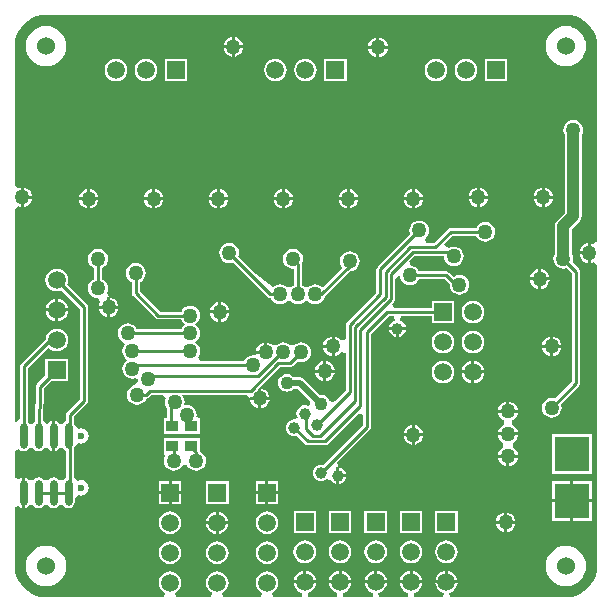
<source format=gbl>
%FSLAX43Y43*%
%MOMM*%
G71*
G01*
G75*
G04 Layer_Physical_Order=2*
G04 Layer_Color=16711680*
%ADD10R,0.900X1.000*%
%ADD11R,2.500X2.000*%
%ADD12R,2.300X0.500*%
%ADD13R,2.600X2.200*%
%ADD14R,0.900X1.400*%
%ADD15R,1.100X1.400*%
%ADD16O,0.600X2.200*%
%ADD17R,0.600X1.300*%
%ADD18R,1.400X1.100*%
G04:AMPARAMS|DCode=19|XSize=1.7mm|YSize=2.2mm|CornerRadius=0.043mm|HoleSize=0mm|Usage=FLASHONLY|Rotation=90.000|XOffset=0mm|YOffset=0mm|HoleType=Round|Shape=RoundedRectangle|*
%AMROUNDEDRECTD19*
21,1,1.700,2.115,0,0,90.0*
21,1,1.615,2.200,0,0,90.0*
1,1,0.085,1.058,0.808*
1,1,0.085,1.058,-0.808*
1,1,0.085,-1.058,-0.808*
1,1,0.085,-1.058,0.808*
%
%ADD19ROUNDEDRECTD19*%
%ADD20O,1.800X0.300*%
%ADD21O,0.300X1.800*%
%ADD22R,1.400X0.900*%
%ADD23R,1.000X2.100*%
%ADD24R,5.400X6.200*%
%ADD25C,0.254*%
%ADD26C,0.500*%
%ADD27C,1.000*%
%ADD28C,2.000*%
%ADD29C,0.600*%
%ADD30R,1.500X1.500*%
%ADD31C,1.500*%
%ADD32R,3.000X3.000*%
%ADD33R,1.500X1.500*%
%ADD34C,1.524*%
%ADD35C,1.270*%
%ADD36C,1.100*%
%ADD37C,1.000*%
%ADD38R,1.000X0.900*%
G36*
X47417Y49636D02*
X47825Y49538D01*
X48211Y49378D01*
X48569Y49159D01*
X48887Y48887D01*
X49159Y48569D01*
X49378Y48211D01*
X49538Y47825D01*
X49636Y47417D01*
X49668Y47007D01*
X49667Y47000D01*
Y30549D01*
X49570Y30423D01*
X49334Y30265D01*
X49218Y30314D01*
X49127Y30325D01*
Y29500D01*
Y28675D01*
X49218Y28686D01*
X49334Y28735D01*
X49570Y28577D01*
X49667Y28451D01*
Y3000D01*
X49668Y2993D01*
X49636Y2583D01*
X49538Y2175D01*
X49378Y1789D01*
X49159Y1431D01*
X48887Y1113D01*
X48569Y841D01*
X48211Y622D01*
X47825Y462D01*
X47417Y364D01*
X47007Y332D01*
X47000Y333D01*
X37160D01*
X37135Y717D01*
D01*
X37134Y733D01*
X37148Y734D01*
X37379Y830D01*
X37578Y982D01*
X37730Y1181D01*
X37826Y1412D01*
X37841Y1533D01*
X35959D01*
X35974Y1412D01*
X36070Y1181D01*
X36222Y982D01*
X36421Y830D01*
X36652Y734D01*
X36666Y733D01*
X36642Y358D01*
X36617Y333D01*
X34160D01*
X34135Y717D01*
D01*
X34134Y733D01*
X34148Y734D01*
X34379Y830D01*
X34578Y982D01*
X34730Y1181D01*
X34826Y1412D01*
X34841Y1533D01*
X32959D01*
X32974Y1412D01*
X33070Y1181D01*
X33222Y982D01*
X33421Y830D01*
X33652Y734D01*
X33666Y733D01*
X33642Y358D01*
X33617Y333D01*
X31160D01*
X31135Y717D01*
D01*
X31134Y733D01*
X31148Y734D01*
X31379Y830D01*
X31578Y982D01*
X31730Y1181D01*
X31826Y1412D01*
X31841Y1533D01*
X29959D01*
X29974Y1412D01*
X30070Y1181D01*
X30222Y982D01*
X30421Y830D01*
X30652Y734D01*
X30666Y733D01*
X30642Y358D01*
X30617Y333D01*
X28160D01*
X28135Y717D01*
D01*
X28134Y733D01*
X28148Y734D01*
X28379Y830D01*
X28578Y982D01*
X28730Y1181D01*
X28826Y1412D01*
X28841Y1533D01*
X26959D01*
X26974Y1412D01*
X27070Y1181D01*
X27222Y982D01*
X27421Y830D01*
X27652Y734D01*
X27666Y733D01*
X27642Y358D01*
X27617Y333D01*
X25160D01*
X25135Y717D01*
D01*
X25134Y733D01*
X25148Y734D01*
X25379Y830D01*
X25578Y982D01*
X25730Y1181D01*
X25826Y1412D01*
X25841Y1533D01*
X23959D01*
X23974Y1412D01*
X24070Y1181D01*
X24222Y982D01*
X24421Y830D01*
X24652Y734D01*
X24666Y733D01*
X24642Y358D01*
X24617Y333D01*
X22198D01*
X22120Y726D01*
X22179Y750D01*
X22378Y902D01*
X22530Y1101D01*
X22626Y1332D01*
X22658Y1580D01*
X22626Y1828D01*
X22530Y2059D01*
X22378Y2258D01*
X22179Y2410D01*
X21948Y2506D01*
X21700Y2538D01*
X21452Y2506D01*
X21221Y2410D01*
X21022Y2258D01*
X20870Y2059D01*
X20774Y1828D01*
X20742Y1580D01*
X20774Y1332D01*
X20870Y1101D01*
X21022Y902D01*
X21221Y750D01*
X21280Y726D01*
X21202Y333D01*
X17998D01*
X17920Y726D01*
X17979Y750D01*
X18178Y902D01*
X18330Y1101D01*
X18426Y1332D01*
X18458Y1580D01*
X18426Y1828D01*
X18330Y2059D01*
X18178Y2258D01*
X17979Y2410D01*
X17748Y2506D01*
X17500Y2538D01*
X17252Y2506D01*
X17021Y2410D01*
X16822Y2258D01*
X16670Y2059D01*
X16574Y1828D01*
X16542Y1580D01*
X16574Y1332D01*
X16670Y1101D01*
X16822Y902D01*
X17021Y750D01*
X17080Y726D01*
X17002Y333D01*
X13998D01*
X13920Y726D01*
X13979Y750D01*
X14178Y902D01*
X14330Y1101D01*
X14426Y1332D01*
X14458Y1580D01*
X14426Y1828D01*
X14330Y2059D01*
X14178Y2258D01*
X13979Y2410D01*
X13748Y2506D01*
X13500Y2538D01*
X13252Y2506D01*
X13021Y2410D01*
X12822Y2258D01*
X12670Y2059D01*
X12574Y1828D01*
X12542Y1580D01*
X12574Y1332D01*
X12670Y1101D01*
X12822Y902D01*
X13021Y750D01*
X13080Y726D01*
X13002Y333D01*
X3000D01*
X2993Y332D01*
X2583Y364D01*
X2175Y462D01*
X1789Y622D01*
X1431Y841D01*
X1113Y1113D01*
X841Y1431D01*
X622Y1789D01*
X462Y2175D01*
X364Y2583D01*
X332Y2993D01*
X333Y3000D01*
Y7951D01*
X716Y8067D01*
X735Y8040D01*
X900Y7929D01*
X968Y7915D01*
Y9200D01*
Y10485D01*
X900Y10471D01*
X735Y10360D01*
X716Y10333D01*
X333Y10449D01*
Y12751D01*
X716Y12867D01*
X735Y12840D01*
X900Y12729D01*
X1095Y12690D01*
X1290Y12729D01*
X1455Y12840D01*
X1530Y12951D01*
X1930D01*
X2005Y12840D01*
X2170Y12729D01*
X2365Y12690D01*
X2560Y12729D01*
X2725Y12840D01*
X2800Y12951D01*
X3200D01*
X3275Y12840D01*
X3440Y12729D01*
X3508Y12715D01*
Y14000D01*
Y15285D01*
X3440Y15271D01*
X3275Y15160D01*
X3200Y15049D01*
X3030D01*
X2750Y15334D01*
X2796Y18025D01*
X3422Y18650D01*
X4850D01*
Y20550D01*
X2950D01*
Y19122D01*
X2229Y18401D01*
X2195Y18349D01*
X2159Y18298D01*
X2159Y18295D01*
X2157Y18293D01*
X2145Y18232D01*
X2132Y18171D01*
X2081Y15211D01*
X2005Y15160D01*
X1930Y15049D01*
X1530D01*
X1455Y15160D01*
X1428Y15179D01*
Y19757D01*
X3139Y21468D01*
X3222Y21462D01*
X3421Y21310D01*
X3652Y21214D01*
X3900Y21182D01*
X4148Y21214D01*
X4379Y21310D01*
X4578Y21462D01*
X4730Y21661D01*
X4826Y21892D01*
X4858Y22140D01*
X4826Y22388D01*
X4730Y22619D01*
X4578Y22818D01*
X4379Y22970D01*
X4148Y23066D01*
X3900Y23098D01*
X3652Y23066D01*
X3421Y22970D01*
X3222Y22818D01*
X3070Y22619D01*
X2974Y22388D01*
X2953Y22224D01*
X859Y20131D01*
X787Y20023D01*
X762Y19895D01*
Y15455D01*
X440Y15217D01*
X333Y15249D01*
Y33151D01*
X430Y33277D01*
X666Y33434D01*
X782Y33386D01*
X873Y33374D01*
Y34200D01*
Y35025D01*
X782Y35013D01*
X666Y34965D01*
X430Y35123D01*
X333Y35249D01*
Y47000D01*
X332Y47007D01*
X364Y47417D01*
X462Y47825D01*
X622Y48211D01*
X841Y48569D01*
X1113Y48887D01*
X1431Y49159D01*
X1789Y49378D01*
X2175Y49538D01*
X2583Y49636D01*
X2975Y49667D01*
X47025D01*
X47417Y49636D01*
D02*
G37*
%LPC*%
G36*
X42925Y14048D02*
X41275D01*
X41286Y13957D01*
X41371Y13754D01*
X41504Y13579D01*
X41679Y13446D01*
X41699Y13438D01*
Y13038D01*
X41679Y13029D01*
X41504Y12896D01*
X41371Y12721D01*
X41286Y12518D01*
X41275Y12427D01*
X42925D01*
X42914Y12518D01*
X42829Y12721D01*
X42696Y12896D01*
X42521Y13029D01*
X42501Y13038D01*
Y13438D01*
X42521Y13446D01*
X42696Y13579D01*
X42829Y13754D01*
X42914Y13957D01*
X42925Y14048D01*
D02*
G37*
G36*
X33973Y13973D02*
X33275D01*
X33286Y13882D01*
X33371Y13679D01*
X33504Y13504D01*
X33679Y13371D01*
X33882Y13286D01*
X33973Y13275D01*
Y13973D01*
D02*
G37*
G36*
X41973Y12173D02*
X41275D01*
X41286Y12082D01*
X41371Y11879D01*
X41504Y11704D01*
X41679Y11571D01*
X41882Y11486D01*
X41973Y11475D01*
Y12173D01*
D02*
G37*
G36*
X42925D02*
X42227D01*
Y11475D01*
X42318Y11486D01*
X42521Y11571D01*
X42696Y11704D01*
X42829Y11879D01*
X42914Y12082D01*
X42925Y12173D01*
D02*
G37*
G36*
X34925Y13973D02*
X34227D01*
Y13275D01*
X34318Y13286D01*
X34521Y13371D01*
X34696Y13504D01*
X34829Y13679D01*
X34914Y13882D01*
X34925Y13973D01*
D02*
G37*
G36*
X34227Y14925D02*
Y14227D01*
X34925D01*
X34914Y14318D01*
X34829Y14521D01*
X34696Y14696D01*
X34521Y14829D01*
X34318Y14914D01*
X34227Y14925D01*
D02*
G37*
G36*
X42925Y15973D02*
X41275D01*
X41286Y15882D01*
X41371Y15679D01*
X41504Y15504D01*
X41679Y15371D01*
X41759Y15337D01*
Y14938D01*
X41679Y14904D01*
X41504Y14771D01*
X41371Y14596D01*
X41286Y14393D01*
X41275Y14302D01*
X42925D01*
X42914Y14393D01*
X42829Y14596D01*
X42696Y14771D01*
X42521Y14904D01*
X42441Y14938D01*
Y15337D01*
X42521Y15371D01*
X42696Y15504D01*
X42829Y15679D01*
X42914Y15882D01*
X42925Y15973D01*
D02*
G37*
G36*
X14683Y13800D02*
X14683Y13800D01*
X14600Y13800D01*
X14500D01*
X14400D01*
X14317Y13800D01*
Y13800D01*
X14317Y13800D01*
X13000D01*
Y12500D01*
X13000D01*
X13080Y12333D01*
X13071Y12321D01*
X12986Y12118D01*
X12958Y11900D01*
X12986Y11682D01*
X13071Y11479D01*
X13204Y11304D01*
X13379Y11171D01*
X13582Y11086D01*
X13800Y11058D01*
X14018Y11086D01*
X14221Y11171D01*
X14396Y11304D01*
X14529Y11479D01*
X14550Y11529D01*
X14950D01*
X14971Y11479D01*
X15104Y11304D01*
X15279Y11171D01*
X15482Y11086D01*
X15700Y11058D01*
X15918Y11086D01*
X16121Y11171D01*
X16296Y11304D01*
X16429Y11479D01*
X16514Y11682D01*
X16542Y11900D01*
X16514Y12118D01*
X16429Y12321D01*
X16296Y12495D01*
X16121Y12629D01*
X16030Y12667D01*
X16008Y12779D01*
X16000Y12791D01*
Y13800D01*
X14683D01*
X14683Y13800D01*
D02*
G37*
G36*
X33973Y14925D02*
X33882Y14914D01*
X33679Y14829D01*
X33504Y14696D01*
X33371Y14521D01*
X33286Y14318D01*
X33275Y14227D01*
X33973D01*
Y14925D01*
D02*
G37*
G36*
X49200Y14200D02*
X45800D01*
Y10800D01*
X49200D01*
Y14200D01*
D02*
G37*
G36*
Y10200D02*
X47627D01*
Y8627D01*
X49200D01*
Y10200D01*
D02*
G37*
G36*
X13373Y10150D02*
X12550D01*
Y9327D01*
X13373D01*
Y10150D01*
D02*
G37*
G36*
X22650Y9073D02*
X21827D01*
Y8250D01*
X22650D01*
Y9073D01*
D02*
G37*
G36*
X47373Y10200D02*
X45800D01*
Y8627D01*
X47373D01*
Y10200D01*
D02*
G37*
G36*
X14450Y10150D02*
X13627D01*
Y9327D01*
X14450D01*
Y10150D01*
D02*
G37*
G36*
X28389Y10523D02*
X27827D01*
Y9961D01*
X27883Y9968D01*
X28053Y10039D01*
X28199Y10151D01*
X28311Y10297D01*
X28382Y10467D01*
X28389Y10523D01*
D02*
G37*
G36*
X27827Y11339D02*
Y10777D01*
X28389D01*
X28382Y10833D01*
X28311Y11003D01*
X28199Y11149D01*
X28053Y11261D01*
X27883Y11332D01*
X27827Y11339D01*
D02*
G37*
G36*
X21573Y10150D02*
X20750D01*
Y9327D01*
X21573D01*
Y10150D01*
D02*
G37*
G36*
X22650D02*
X21827D01*
Y9327D01*
X22650D01*
Y10150D01*
D02*
G37*
G36*
X41973Y16925D02*
X41882Y16914D01*
X41679Y16829D01*
X41504Y16696D01*
X41371Y16521D01*
X41286Y16318D01*
X41275Y16227D01*
X41973D01*
Y16925D01*
D02*
G37*
G36*
X26473Y20325D02*
X26382Y20313D01*
X26179Y20229D01*
X26004Y20095D01*
X25871Y19921D01*
X25786Y19718D01*
X25774Y19627D01*
X26473D01*
Y20325D01*
D02*
G37*
G36*
X26727D02*
Y19627D01*
X27425D01*
X27413Y19718D01*
X27329Y19921D01*
X27195Y20095D01*
X27021Y20229D01*
X26818Y20313D01*
X26727Y20325D01*
D02*
G37*
G36*
X39267Y20361D02*
Y19547D01*
X40081D01*
X40066Y19668D01*
X39970Y19899D01*
X39818Y20098D01*
X39619Y20250D01*
X39388Y20346D01*
X39267Y20361D01*
D02*
G37*
G36*
X27425Y19373D02*
X26727D01*
Y18674D01*
X26818Y18686D01*
X27021Y18771D01*
X27195Y18904D01*
X27329Y19079D01*
X27413Y19282D01*
X27425Y19373D01*
D02*
G37*
G36*
X39013Y20361D02*
X38892Y20346D01*
X38661Y20250D01*
X38462Y20098D01*
X38310Y19899D01*
X38214Y19668D01*
X38199Y19547D01*
X39013D01*
Y20361D01*
D02*
G37*
G36*
X36600Y22918D02*
X36352Y22886D01*
X36121Y22790D01*
X35922Y22638D01*
X35770Y22439D01*
X35674Y22208D01*
X35642Y21960D01*
X35674Y21712D01*
X35770Y21481D01*
X35922Y21282D01*
X36121Y21130D01*
X36352Y21034D01*
X36600Y21002D01*
X36848Y21034D01*
X37079Y21130D01*
X37278Y21282D01*
X37430Y21481D01*
X37526Y21712D01*
X37558Y21960D01*
X37526Y22208D01*
X37430Y22439D01*
X37278Y22638D01*
X37079Y22790D01*
X36848Y22886D01*
X36600Y22918D01*
D02*
G37*
G36*
X39140D02*
X38892Y22886D01*
X38661Y22790D01*
X38462Y22638D01*
X38310Y22439D01*
X38214Y22208D01*
X38182Y21960D01*
X38214Y21712D01*
X38310Y21481D01*
X38462Y21282D01*
X38661Y21130D01*
X38892Y21034D01*
X39140Y21002D01*
X39388Y21034D01*
X39619Y21130D01*
X39818Y21282D01*
X39970Y21481D01*
X40066Y21712D01*
X40098Y21960D01*
X40066Y22208D01*
X39970Y22439D01*
X39818Y22638D01*
X39619Y22790D01*
X39388Y22886D01*
X39140Y22918D01*
D02*
G37*
G36*
X46625Y21473D02*
X45927D01*
Y20775D01*
X46018Y20786D01*
X46221Y20871D01*
X46396Y21004D01*
X46529Y21179D01*
X46614Y21382D01*
X46625Y21473D01*
D02*
G37*
G36*
X27173Y21473D02*
X26474D01*
X26486Y21382D01*
X26571Y21179D01*
X26704Y21004D01*
X26879Y20871D01*
X27082Y20786D01*
X27173Y20774D01*
Y21473D01*
D02*
G37*
G36*
X45673Y21473D02*
X44975D01*
X44986Y21382D01*
X45071Y21179D01*
X45204Y21004D01*
X45379Y20871D01*
X45582Y20786D01*
X45673Y20775D01*
Y21473D01*
D02*
G37*
G36*
X3900Y28178D02*
X3652Y28146D01*
X3421Y28050D01*
X3222Y27898D01*
X3070Y27699D01*
X2974Y27468D01*
X2942Y27220D01*
X2974Y26972D01*
X3070Y26741D01*
X3222Y26542D01*
X3421Y26390D01*
X3652Y26294D01*
X3900Y26262D01*
X4148Y26294D01*
X4294Y26355D01*
X5867Y24782D01*
Y17138D01*
X4769Y16041D01*
X4697Y15933D01*
X4672Y15805D01*
Y15245D01*
X4545Y15160D01*
X4470Y15049D01*
X4070D01*
X3995Y15160D01*
X3830Y15271D01*
X3762Y15285D01*
Y14000D01*
Y12715D01*
X3830Y12729D01*
X3995Y12840D01*
X4070Y12951D01*
X4470D01*
X4545Y12840D01*
X4672Y12755D01*
Y10445D01*
X4545Y10360D01*
X4470Y10249D01*
X4070D01*
X3995Y10360D01*
X3830Y10471D01*
X3635Y10510D01*
X3440Y10471D01*
X3275Y10360D01*
X3200Y10249D01*
X2800D01*
X2725Y10360D01*
X2560Y10471D01*
X2365Y10510D01*
X2170Y10471D01*
X2005Y10360D01*
X1930Y10249D01*
X1530D01*
X1455Y10360D01*
X1290Y10471D01*
X1222Y10485D01*
Y9200D01*
Y7915D01*
X1290Y7929D01*
X1455Y8040D01*
X1530Y8151D01*
X1930D01*
X2005Y8040D01*
X2170Y7929D01*
X2365Y7890D01*
X2560Y7929D01*
X2725Y8040D01*
X2800Y8151D01*
X3200D01*
X3275Y8040D01*
X3440Y7929D01*
X3635Y7890D01*
X3830Y7929D01*
X3995Y8040D01*
X4070Y8151D01*
X4470D01*
X4545Y8040D01*
X4710Y7929D01*
X4905Y7890D01*
X5100Y7929D01*
X5265Y8040D01*
X5376Y8205D01*
X5415Y8400D01*
Y8758D01*
X5747Y8980D01*
X5780Y8967D01*
X5950Y8944D01*
X6120Y8967D01*
X6278Y9032D01*
X6414Y9137D01*
X6518Y9272D01*
X6583Y9430D01*
X6606Y9600D01*
X6583Y9770D01*
X6518Y9928D01*
X6414Y10064D01*
X6278Y10168D01*
X6120Y10233D01*
X5950Y10256D01*
X5780Y10233D01*
X5671Y10188D01*
X5539Y10276D01*
X5338Y10538D01*
Y12949D01*
X5376Y13005D01*
X5412Y13185D01*
X5765Y13373D01*
X5780Y13367D01*
X5950Y13344D01*
X6120Y13367D01*
X6278Y13432D01*
X6414Y13536D01*
X6518Y13672D01*
X6583Y13830D01*
X6606Y14000D01*
X6583Y14170D01*
X6518Y14328D01*
X6414Y14464D01*
X6278Y14568D01*
X6120Y14633D01*
X5950Y14656D01*
X5780Y14633D01*
X5765Y14627D01*
X5412Y14815D01*
X5376Y14995D01*
X5338Y15051D01*
Y15667D01*
X6436Y16764D01*
X6508Y16872D01*
X6508Y16872D01*
X6508Y16872D01*
X6533Y17000D01*
Y24920D01*
X6508Y25048D01*
X6436Y25156D01*
X4765Y26826D01*
X4826Y26972D01*
X4858Y27220D01*
X4826Y27468D01*
X4730Y27699D01*
X4578Y27898D01*
X4379Y28050D01*
X4148Y28146D01*
X3900Y28178D01*
D02*
G37*
G36*
X47635Y40742D02*
X47417Y40714D01*
X47214Y40629D01*
X47039Y40496D01*
X46906Y40321D01*
X46821Y40118D01*
X46793Y39900D01*
X46821Y39682D01*
X46906Y39479D01*
X46929Y39448D01*
Y32877D01*
X46301Y32249D01*
X46189Y32103D01*
X46118Y31933D01*
X46094Y31750D01*
Y29452D01*
X46071Y29421D01*
X45986Y29218D01*
X45958Y29000D01*
X45986Y28782D01*
X46071Y28579D01*
X46204Y28404D01*
X46379Y28271D01*
X46582Y28186D01*
X46800Y28158D01*
X47018Y28186D01*
X47106Y28223D01*
X47567Y27762D01*
Y18638D01*
X46106Y17177D01*
X46018Y17214D01*
X45800Y17242D01*
X45582Y17214D01*
X45379Y17129D01*
X45204Y16996D01*
X45071Y16821D01*
X44986Y16618D01*
X44958Y16400D01*
X44986Y16182D01*
X45071Y15979D01*
X45204Y15804D01*
X45379Y15671D01*
X45582Y15586D01*
X45800Y15558D01*
X46018Y15586D01*
X46221Y15671D01*
X46396Y15804D01*
X46529Y15979D01*
X46614Y16182D01*
X46642Y16400D01*
X46614Y16618D01*
X46577Y16706D01*
X48136Y18264D01*
X48208Y18372D01*
X48233Y18500D01*
X48233Y18500D01*
X48233Y18500D01*
Y18500D01*
Y27900D01*
X48208Y28028D01*
X48136Y28136D01*
X47577Y28694D01*
X47614Y28782D01*
X47642Y29000D01*
X47614Y29218D01*
X47529Y29421D01*
X47506Y29452D01*
Y31458D01*
X48134Y32086D01*
X48246Y32232D01*
X48317Y32402D01*
X48341Y32585D01*
X48341Y32585D01*
X48341Y32585D01*
Y32585D01*
Y39448D01*
X48364Y39479D01*
X48449Y39682D01*
X48477Y39900D01*
X48449Y40118D01*
X48364Y40321D01*
X48231Y40496D01*
X48056Y40629D01*
X47853Y40714D01*
X47635Y40742D01*
D02*
G37*
G36*
X21925Y17073D02*
X21227D01*
Y16375D01*
X21318Y16386D01*
X21521Y16471D01*
X21696Y16604D01*
X21829Y16779D01*
X21914Y16982D01*
X21925Y17073D01*
D02*
G37*
G36*
X42227Y16925D02*
Y16227D01*
X42925D01*
X42914Y16318D01*
X42829Y16521D01*
X42696Y16696D01*
X42521Y16829D01*
X42318Y16914D01*
X42227Y16925D01*
D02*
G37*
G36*
X20973Y17073D02*
X20275D01*
X20286Y16982D01*
X20371Y16779D01*
X20504Y16604D01*
X20679Y16471D01*
X20882Y16386D01*
X20973Y16375D01*
Y17073D01*
D02*
G37*
G36*
X40081Y19293D02*
X39267D01*
Y18479D01*
X39388Y18494D01*
X39619Y18590D01*
X39818Y18742D01*
X39970Y18941D01*
X40066Y19172D01*
X40081Y19293D01*
D02*
G37*
G36*
X26473Y19373D02*
X25774D01*
X25786Y19282D01*
X25871Y19079D01*
X26004Y18904D01*
X26179Y18771D01*
X26382Y18686D01*
X26473Y18674D01*
Y19373D01*
D02*
G37*
G36*
X39013Y19293D02*
X38199D01*
X38214Y19172D01*
X38310Y18941D01*
X38462Y18742D01*
X38661Y18590D01*
X38892Y18494D01*
X39013Y18479D01*
Y19293D01*
D02*
G37*
G36*
X21227Y18025D02*
Y17327D01*
X21925D01*
X21914Y17418D01*
X21829Y17621D01*
X21696Y17796D01*
X21521Y17929D01*
X21318Y18014D01*
X21227Y18025D01*
D02*
G37*
G36*
X36600Y20378D02*
X36352Y20346D01*
X36121Y20250D01*
X35922Y20098D01*
X35770Y19899D01*
X35674Y19668D01*
X35642Y19420D01*
X35674Y19172D01*
X35770Y18941D01*
X35922Y18742D01*
X36121Y18590D01*
X36352Y18494D01*
X36600Y18462D01*
X36848Y18494D01*
X37079Y18590D01*
X37278Y18742D01*
X37430Y18941D01*
X37526Y19172D01*
X37558Y19420D01*
X37526Y19668D01*
X37430Y19899D01*
X37278Y20098D01*
X37079Y20250D01*
X36848Y20346D01*
X36600Y20378D01*
D02*
G37*
G36*
X17500Y5078D02*
X17252Y5046D01*
X17021Y4950D01*
X16822Y4798D01*
X16670Y4599D01*
X16574Y4368D01*
X16542Y4120D01*
X16574Y3872D01*
X16670Y3641D01*
X16822Y3442D01*
X17021Y3290D01*
X17252Y3194D01*
X17500Y3162D01*
X17748Y3194D01*
X17979Y3290D01*
X18178Y3442D01*
X18330Y3641D01*
X18426Y3872D01*
X18458Y4120D01*
X18426Y4368D01*
X18330Y4599D01*
X18178Y4798D01*
X17979Y4950D01*
X17748Y5046D01*
X17500Y5078D01*
D02*
G37*
G36*
X21700D02*
X21452Y5046D01*
X21221Y4950D01*
X21022Y4798D01*
X20870Y4599D01*
X20774Y4368D01*
X20742Y4120D01*
X20774Y3872D01*
X20870Y3641D01*
X21022Y3442D01*
X21221Y3290D01*
X21452Y3194D01*
X21700Y3162D01*
X21948Y3194D01*
X22179Y3290D01*
X22378Y3442D01*
X22530Y3641D01*
X22626Y3872D01*
X22658Y4120D01*
X22626Y4368D01*
X22530Y4599D01*
X22378Y4798D01*
X22179Y4950D01*
X21948Y5046D01*
X21700Y5078D01*
D02*
G37*
G36*
X13500Y5078D02*
X13252Y5046D01*
X13021Y4950D01*
X12822Y4798D01*
X12670Y4599D01*
X12574Y4368D01*
X12542Y4120D01*
X12574Y3872D01*
X12670Y3641D01*
X12822Y3442D01*
X13021Y3290D01*
X13252Y3194D01*
X13500Y3162D01*
X13748Y3194D01*
X13979Y3290D01*
X14178Y3442D01*
X14330Y3641D01*
X14426Y3872D01*
X14458Y4120D01*
X14426Y4368D01*
X14330Y4599D01*
X14178Y4798D01*
X13979Y4950D01*
X13748Y5046D01*
X13500Y5078D01*
D02*
G37*
G36*
X36773Y2601D02*
X36652Y2586D01*
X36421Y2490D01*
X36222Y2338D01*
X36070Y2139D01*
X35974Y1908D01*
X35959Y1787D01*
X36773D01*
Y2601D01*
D02*
G37*
G36*
X37027D02*
Y1787D01*
X37841D01*
X37826Y1908D01*
X37730Y2139D01*
X37578Y2338D01*
X37379Y2490D01*
X37148Y2586D01*
X37027Y2601D01*
D02*
G37*
G36*
X33900Y5158D02*
X33652Y5126D01*
X33421Y5030D01*
X33222Y4878D01*
X33070Y4679D01*
X32974Y4448D01*
X32942Y4200D01*
X32974Y3952D01*
X33070Y3721D01*
X33222Y3522D01*
X33421Y3370D01*
X33652Y3274D01*
X33900Y3242D01*
X34148Y3274D01*
X34379Y3370D01*
X34578Y3522D01*
X34730Y3721D01*
X34826Y3952D01*
X34858Y4200D01*
X34826Y4448D01*
X34730Y4679D01*
X34578Y4878D01*
X34379Y5030D01*
X34148Y5126D01*
X33900Y5158D01*
D02*
G37*
G36*
X36900D02*
X36652Y5126D01*
X36421Y5030D01*
X36222Y4878D01*
X36070Y4679D01*
X35974Y4448D01*
X35942Y4200D01*
X35974Y3952D01*
X36070Y3721D01*
X36222Y3522D01*
X36421Y3370D01*
X36652Y3274D01*
X36900Y3242D01*
X37148Y3274D01*
X37379Y3370D01*
X37578Y3522D01*
X37730Y3721D01*
X37826Y3952D01*
X37858Y4200D01*
X37826Y4448D01*
X37730Y4679D01*
X37578Y4878D01*
X37379Y5030D01*
X37148Y5126D01*
X36900Y5158D01*
D02*
G37*
G36*
X30900D02*
X30652Y5126D01*
X30421Y5030D01*
X30222Y4878D01*
X30070Y4679D01*
X29974Y4448D01*
X29942Y4200D01*
X29974Y3952D01*
X30070Y3721D01*
X30222Y3522D01*
X30421Y3370D01*
X30652Y3274D01*
X30900Y3242D01*
X31148Y3274D01*
X31379Y3370D01*
X31578Y3522D01*
X31730Y3721D01*
X31826Y3952D01*
X31858Y4200D01*
X31826Y4448D01*
X31730Y4679D01*
X31578Y4878D01*
X31379Y5030D01*
X31148Y5126D01*
X30900Y5158D01*
D02*
G37*
G36*
X24900D02*
X24652Y5126D01*
X24421Y5030D01*
X24222Y4878D01*
X24070Y4679D01*
X23974Y4448D01*
X23942Y4200D01*
X23974Y3952D01*
X24070Y3721D01*
X24222Y3522D01*
X24421Y3370D01*
X24652Y3274D01*
X24900Y3242D01*
X25148Y3274D01*
X25379Y3370D01*
X25578Y3522D01*
X25730Y3721D01*
X25826Y3952D01*
X25858Y4200D01*
X25826Y4448D01*
X25730Y4679D01*
X25578Y4878D01*
X25379Y5030D01*
X25148Y5126D01*
X24900Y5158D01*
D02*
G37*
G36*
X27900D02*
X27652Y5126D01*
X27421Y5030D01*
X27222Y4878D01*
X27070Y4679D01*
X26974Y4448D01*
X26942Y4200D01*
X26974Y3952D01*
X27070Y3721D01*
X27222Y3522D01*
X27421Y3370D01*
X27652Y3274D01*
X27900Y3242D01*
X28148Y3274D01*
X28379Y3370D01*
X28578Y3522D01*
X28730Y3721D01*
X28826Y3952D01*
X28858Y4200D01*
X28826Y4448D01*
X28730Y4679D01*
X28578Y4878D01*
X28379Y5030D01*
X28148Y5126D01*
X27900Y5158D01*
D02*
G37*
G36*
X25027Y2601D02*
Y1787D01*
X25841D01*
X25826Y1908D01*
X25730Y2139D01*
X25578Y2338D01*
X25379Y2490D01*
X25148Y2586D01*
X25027Y2601D01*
D02*
G37*
G36*
X27773D02*
X27652Y2586D01*
X27421Y2490D01*
X27222Y2338D01*
X27070Y2139D01*
X26974Y1908D01*
X26959Y1787D01*
X27773D01*
Y2601D01*
D02*
G37*
G36*
X24773D02*
X24652Y2586D01*
X24421Y2490D01*
X24222Y2338D01*
X24070Y2139D01*
X23974Y1908D01*
X23959Y1787D01*
X24773D01*
Y2601D01*
D02*
G37*
G36*
X3000Y4708D02*
X2667Y4675D01*
X2346Y4578D01*
X2051Y4420D01*
X1792Y4208D01*
X1580Y3949D01*
X1422Y3654D01*
X1325Y3333D01*
X1292Y3000D01*
X1325Y2667D01*
X1422Y2346D01*
X1580Y2051D01*
X1792Y1792D01*
X2051Y1580D01*
X2346Y1422D01*
X2667Y1325D01*
X3000Y1292D01*
X3333Y1325D01*
X3654Y1422D01*
X3949Y1580D01*
X4208Y1792D01*
X4420Y2051D01*
X4578Y2346D01*
X4675Y2667D01*
X4708Y3000D01*
X4675Y3333D01*
X4578Y3654D01*
X4420Y3949D01*
X4208Y4208D01*
X3949Y4420D01*
X3654Y4578D01*
X3333Y4675D01*
X3000Y4708D01*
D02*
G37*
G36*
X47000D02*
X46667Y4675D01*
X46346Y4578D01*
X46051Y4420D01*
X45792Y4208D01*
X45580Y3949D01*
X45422Y3654D01*
X45325Y3333D01*
X45292Y3000D01*
X45325Y2667D01*
X45422Y2346D01*
X45580Y2051D01*
X45792Y1792D01*
X46051Y1580D01*
X46346Y1422D01*
X46667Y1325D01*
X47000Y1292D01*
X47333Y1325D01*
X47654Y1422D01*
X47949Y1580D01*
X48208Y1792D01*
X48420Y2051D01*
X48578Y2346D01*
X48675Y2667D01*
X48708Y3000D01*
X48675Y3333D01*
X48578Y3654D01*
X48420Y3949D01*
X48208Y4208D01*
X47949Y4420D01*
X47654Y4578D01*
X47333Y4675D01*
X47000Y4708D01*
D02*
G37*
G36*
X33773Y2601D02*
X33652Y2586D01*
X33421Y2490D01*
X33222Y2338D01*
X33070Y2139D01*
X32974Y1908D01*
X32959Y1787D01*
X33773D01*
Y2601D01*
D02*
G37*
G36*
X34027D02*
Y1787D01*
X34841D01*
X34826Y1908D01*
X34730Y2139D01*
X34578Y2338D01*
X34379Y2490D01*
X34148Y2586D01*
X34027Y2601D01*
D02*
G37*
G36*
X31027D02*
Y1787D01*
X31841D01*
X31826Y1908D01*
X31730Y2139D01*
X31578Y2338D01*
X31379Y2490D01*
X31148Y2586D01*
X31027Y2601D01*
D02*
G37*
G36*
X28027D02*
Y1787D01*
X28841D01*
X28826Y1908D01*
X28730Y2139D01*
X28578Y2338D01*
X28379Y2490D01*
X28148Y2586D01*
X28027Y2601D01*
D02*
G37*
G36*
X30773D02*
X30652Y2586D01*
X30421Y2490D01*
X30222Y2338D01*
X30070Y2139D01*
X29974Y1908D01*
X29959Y1787D01*
X30773D01*
Y2601D01*
D02*
G37*
G36*
X13500Y7618D02*
X13252Y7586D01*
X13021Y7490D01*
X12822Y7338D01*
X12670Y7139D01*
X12574Y6908D01*
X12542Y6660D01*
X12574Y6412D01*
X12670Y6181D01*
X12822Y5982D01*
X13021Y5830D01*
X13252Y5734D01*
X13500Y5702D01*
X13748Y5734D01*
X13979Y5830D01*
X14178Y5982D01*
X14330Y6181D01*
X14426Y6412D01*
X14458Y6660D01*
X14426Y6908D01*
X14330Y7139D01*
X14178Y7338D01*
X13979Y7490D01*
X13748Y7586D01*
X13500Y7618D01*
D02*
G37*
G36*
X49200Y8373D02*
X47627D01*
Y6800D01*
X49200D01*
Y8373D01*
D02*
G37*
G36*
X41773Y7525D02*
X41682Y7514D01*
X41479Y7429D01*
X41304Y7296D01*
X41171Y7121D01*
X41086Y6918D01*
X41075Y6827D01*
X41773D01*
Y7525D01*
D02*
G37*
G36*
X47373Y8373D02*
X45800D01*
Y6800D01*
X47373D01*
Y8373D01*
D02*
G37*
G36*
X17373Y7601D02*
X17252Y7586D01*
X17021Y7490D01*
X16822Y7338D01*
X16670Y7139D01*
X16574Y6908D01*
X16559Y6787D01*
X17373D01*
Y7601D01*
D02*
G37*
G36*
X17627D02*
Y6787D01*
X18441D01*
X18426Y6908D01*
X18330Y7139D01*
X18178Y7338D01*
X17979Y7490D01*
X17748Y7586D01*
X17627Y7601D01*
D02*
G37*
G36*
X18450Y10150D02*
X16550D01*
Y8250D01*
X18450D01*
Y10150D01*
D02*
G37*
G36*
X21573Y9073D02*
X20750D01*
Y8250D01*
X21573D01*
Y9073D01*
D02*
G37*
G36*
X14450Y9073D02*
X13627D01*
Y8250D01*
X14450D01*
Y9073D01*
D02*
G37*
G36*
X42027Y7525D02*
Y6827D01*
X42725D01*
X42714Y6918D01*
X42629Y7121D01*
X42496Y7296D01*
X42321Y7429D01*
X42118Y7514D01*
X42027Y7525D01*
D02*
G37*
G36*
X13373Y9073D02*
X12550D01*
Y8250D01*
X13373D01*
Y9073D01*
D02*
G37*
G36*
X25850Y7690D02*
X23950D01*
Y5790D01*
X25850D01*
Y7690D01*
D02*
G37*
G36*
X28850D02*
X26950D01*
Y5790D01*
X28850D01*
Y7690D01*
D02*
G37*
G36*
X18441Y6533D02*
X17627D01*
Y5719D01*
X17748Y5734D01*
X17979Y5830D01*
X18178Y5982D01*
X18330Y6181D01*
X18426Y6412D01*
X18441Y6533D01*
D02*
G37*
G36*
X21700Y7618D02*
X21452Y7586D01*
X21221Y7490D01*
X21022Y7338D01*
X20870Y7139D01*
X20774Y6908D01*
X20742Y6660D01*
X20774Y6412D01*
X20870Y6181D01*
X21022Y5982D01*
X21221Y5830D01*
X21452Y5734D01*
X21700Y5702D01*
X21948Y5734D01*
X22179Y5830D01*
X22378Y5982D01*
X22530Y6181D01*
X22626Y6412D01*
X22658Y6660D01*
X22626Y6908D01*
X22530Y7139D01*
X22378Y7338D01*
X22179Y7490D01*
X21948Y7586D01*
X21700Y7618D01*
D02*
G37*
G36*
X17373Y6533D02*
X16559D01*
X16574Y6412D01*
X16670Y6181D01*
X16822Y5982D01*
X17021Y5830D01*
X17252Y5734D01*
X17373Y5719D01*
Y6533D01*
D02*
G37*
G36*
X41773Y6573D02*
X41075D01*
X41086Y6482D01*
X41171Y6279D01*
X41304Y6104D01*
X41479Y5971D01*
X41682Y5886D01*
X41773Y5875D01*
Y6573D01*
D02*
G37*
G36*
X42725D02*
X42027D01*
Y5875D01*
X42118Y5886D01*
X42321Y5971D01*
X42496Y6104D01*
X42629Y6279D01*
X42714Y6482D01*
X42725Y6573D01*
D02*
G37*
G36*
X37850Y7690D02*
X35950D01*
Y5790D01*
X37850D01*
Y7690D01*
D02*
G37*
G36*
X31850D02*
X29950D01*
Y5790D01*
X31850D01*
Y7690D01*
D02*
G37*
G36*
X34850D02*
X32950D01*
Y5790D01*
X34850D01*
Y7690D01*
D02*
G37*
G36*
X23222Y34920D02*
Y34222D01*
X23920D01*
X23909Y34313D01*
X23824Y34516D01*
X23691Y34691D01*
X23516Y34824D01*
X23313Y34909D01*
X23222Y34920D01*
D02*
G37*
G36*
X28468D02*
X28377Y34909D01*
X28174Y34824D01*
X27999Y34691D01*
X27866Y34516D01*
X27781Y34313D01*
X27770Y34222D01*
X28468D01*
Y34920D01*
D02*
G37*
G36*
X22968D02*
X22877Y34909D01*
X22674Y34824D01*
X22499Y34691D01*
X22366Y34516D01*
X22281Y34313D01*
X22270Y34222D01*
X22968D01*
Y34920D01*
D02*
G37*
G36*
X11968D02*
X11877Y34909D01*
X11674Y34824D01*
X11499Y34691D01*
X11366Y34516D01*
X11281Y34313D01*
X11270Y34222D01*
X11968D01*
Y34920D01*
D02*
G37*
G36*
X12222D02*
Y34222D01*
X12920D01*
X12909Y34313D01*
X12824Y34516D01*
X12691Y34691D01*
X12516Y34824D01*
X12313Y34909D01*
X12222Y34920D01*
D02*
G37*
G36*
X39722Y35025D02*
Y34327D01*
X40420D01*
X40409Y34418D01*
X40324Y34621D01*
X40191Y34796D01*
X40016Y34929D01*
X39813Y35014D01*
X39722Y35025D01*
D02*
G37*
G36*
X44968D02*
X44877Y35014D01*
X44674Y34929D01*
X44499Y34796D01*
X44366Y34621D01*
X44281Y34418D01*
X44270Y34327D01*
X44968D01*
Y35025D01*
D02*
G37*
G36*
X39468D02*
X39377Y35014D01*
X39174Y34929D01*
X38999Y34796D01*
X38866Y34621D01*
X38781Y34418D01*
X38770Y34327D01*
X39468D01*
Y35025D01*
D02*
G37*
G36*
X28722Y34920D02*
Y34222D01*
X29420D01*
X29409Y34313D01*
X29324Y34516D01*
X29191Y34691D01*
X29016Y34824D01*
X28813Y34909D01*
X28722Y34920D01*
D02*
G37*
G36*
X1127Y35025D02*
Y34327D01*
X1825D01*
X1814Y34418D01*
X1729Y34621D01*
X1596Y34795D01*
X1421Y34929D01*
X1218Y35013D01*
X1127Y35025D01*
D02*
G37*
G36*
X45920Y34073D02*
X45222D01*
Y33375D01*
X45313Y33386D01*
X45516Y33471D01*
X45691Y33604D01*
X45824Y33779D01*
X45909Y33982D01*
X45920Y34073D01*
D02*
G37*
G36*
X17468Y34920D02*
X17377Y34909D01*
X17174Y34824D01*
X16999Y34691D01*
X16866Y34516D01*
X16781Y34313D01*
X16770Y34222D01*
X17468D01*
Y34920D01*
D02*
G37*
G36*
X44968Y34073D02*
X44270D01*
X44281Y33982D01*
X44366Y33779D01*
X44499Y33604D01*
X44674Y33471D01*
X44877Y33386D01*
X44968Y33375D01*
Y34073D01*
D02*
G37*
G36*
X39468D02*
X38770D01*
X38781Y33982D01*
X38866Y33779D01*
X38999Y33604D01*
X39174Y33471D01*
X39377Y33386D01*
X39468Y33375D01*
Y34073D01*
D02*
G37*
G36*
X40420D02*
X39722D01*
Y33375D01*
X39813Y33386D01*
X40016Y33471D01*
X40191Y33604D01*
X40324Y33779D01*
X40409Y33982D01*
X40420Y34073D01*
D02*
G37*
G36*
X6468Y34920D02*
X6377Y34909D01*
X6174Y34824D01*
X5999Y34691D01*
X5866Y34516D01*
X5781Y34313D01*
X5770Y34222D01*
X6468D01*
Y34920D01*
D02*
G37*
G36*
X6722D02*
Y34222D01*
X7420D01*
X7409Y34313D01*
X7324Y34516D01*
X7191Y34691D01*
X7016Y34824D01*
X6813Y34909D01*
X6722Y34920D01*
D02*
G37*
G36*
X34222Y34920D02*
Y34222D01*
X34920D01*
X34909Y34313D01*
X34824Y34516D01*
X34691Y34691D01*
X34516Y34824D01*
X34313Y34909D01*
X34222Y34920D01*
D02*
G37*
G36*
X17722D02*
Y34222D01*
X18420D01*
X18409Y34313D01*
X18324Y34516D01*
X18191Y34691D01*
X18016Y34824D01*
X17813Y34909D01*
X17722Y34920D01*
D02*
G37*
G36*
X33968D02*
X33877Y34909D01*
X33674Y34824D01*
X33499Y34691D01*
X33366Y34516D01*
X33281Y34313D01*
X33270Y34222D01*
X33968D01*
Y34920D01*
D02*
G37*
G36*
X31925Y46773D02*
X31227D01*
Y46075D01*
X31318Y46086D01*
X31521Y46171D01*
X31696Y46304D01*
X31829Y46479D01*
X31914Y46682D01*
X31925Y46773D01*
D02*
G37*
G36*
X18723Y46823D02*
X18025D01*
X18036Y46732D01*
X18121Y46529D01*
X18254Y46354D01*
X18429Y46221D01*
X18632Y46136D01*
X18723Y46125D01*
Y46823D01*
D02*
G37*
G36*
X30973Y46773D02*
X30275D01*
X30286Y46682D01*
X30371Y46479D01*
X30504Y46304D01*
X30679Y46171D01*
X30882Y46086D01*
X30973Y46075D01*
Y46773D01*
D02*
G37*
G36*
X3000Y48708D02*
X2667Y48675D01*
X2346Y48578D01*
X2051Y48420D01*
X1792Y48208D01*
X1580Y47949D01*
X1422Y47654D01*
X1325Y47333D01*
X1292Y47000D01*
X1325Y46667D01*
X1422Y46346D01*
X1580Y46051D01*
X1792Y45792D01*
X2051Y45580D01*
X2346Y45422D01*
X2667Y45325D01*
X3000Y45292D01*
X3333Y45325D01*
X3654Y45422D01*
X3949Y45580D01*
X4208Y45792D01*
X4420Y46051D01*
X4578Y46346D01*
X4675Y46667D01*
X4708Y47000D01*
X4675Y47333D01*
X4578Y47654D01*
X4420Y47949D01*
X4208Y48208D01*
X3949Y48420D01*
X3654Y48578D01*
X3333Y48675D01*
X3000Y48708D01*
D02*
G37*
G36*
X47000D02*
X46667Y48675D01*
X46346Y48578D01*
X46051Y48420D01*
X45792Y48208D01*
X45580Y47949D01*
X45422Y47654D01*
X45325Y47333D01*
X45292Y47000D01*
X45325Y46667D01*
X45422Y46346D01*
X45580Y46051D01*
X45792Y45792D01*
X46051Y45580D01*
X46346Y45422D01*
X46667Y45325D01*
X47000Y45292D01*
X47333Y45325D01*
X47654Y45422D01*
X47949Y45580D01*
X48208Y45792D01*
X48420Y46051D01*
X48578Y46346D01*
X48675Y46667D01*
X48708Y47000D01*
X48675Y47333D01*
X48578Y47654D01*
X48420Y47949D01*
X48208Y48208D01*
X47949Y48420D01*
X47654Y48578D01*
X47333Y48675D01*
X47000Y48708D01*
D02*
G37*
G36*
X18723Y47775D02*
X18632Y47764D01*
X18429Y47679D01*
X18254Y47546D01*
X18121Y47371D01*
X18036Y47168D01*
X18025Y47077D01*
X18723D01*
Y47775D01*
D02*
G37*
G36*
X18977D02*
Y47077D01*
X19675D01*
X19664Y47168D01*
X19579Y47371D01*
X19446Y47546D01*
X19271Y47679D01*
X19068Y47764D01*
X18977Y47775D01*
D02*
G37*
G36*
X31227Y47725D02*
Y47027D01*
X31925D01*
X31914Y47118D01*
X31829Y47321D01*
X31696Y47496D01*
X31521Y47629D01*
X31318Y47714D01*
X31227Y47725D01*
D02*
G37*
G36*
X19675Y46823D02*
X18977D01*
Y46125D01*
X19068Y46136D01*
X19271Y46221D01*
X19446Y46354D01*
X19579Y46529D01*
X19664Y46732D01*
X19675Y46823D01*
D02*
G37*
G36*
X30973Y47725D02*
X30882Y47714D01*
X30679Y47629D01*
X30504Y47496D01*
X30371Y47321D01*
X30286Y47118D01*
X30275Y47027D01*
X30973D01*
Y47725D01*
D02*
G37*
G36*
X22420Y45958D02*
X22172Y45926D01*
X21941Y45830D01*
X21742Y45678D01*
X21590Y45479D01*
X21494Y45248D01*
X21462Y45000D01*
X21494Y44752D01*
X21590Y44521D01*
X21742Y44322D01*
X21941Y44170D01*
X22172Y44074D01*
X22420Y44042D01*
X22668Y44074D01*
X22899Y44170D01*
X23098Y44322D01*
X23250Y44521D01*
X23346Y44752D01*
X23378Y45000D01*
X23346Y45248D01*
X23250Y45479D01*
X23098Y45678D01*
X22899Y45830D01*
X22668Y45926D01*
X22420Y45958D01*
D02*
G37*
G36*
X24960D02*
X24712Y45926D01*
X24481Y45830D01*
X24282Y45678D01*
X24130Y45479D01*
X24034Y45248D01*
X24002Y45000D01*
X24034Y44752D01*
X24130Y44521D01*
X24282Y44322D01*
X24481Y44170D01*
X24712Y44074D01*
X24960Y44042D01*
X25208Y44074D01*
X25439Y44170D01*
X25638Y44322D01*
X25790Y44521D01*
X25886Y44752D01*
X25918Y45000D01*
X25886Y45248D01*
X25790Y45479D01*
X25638Y45678D01*
X25439Y45830D01*
X25208Y45926D01*
X24960Y45958D01*
D02*
G37*
G36*
X11460D02*
X11212Y45926D01*
X10981Y45830D01*
X10782Y45678D01*
X10630Y45479D01*
X10534Y45248D01*
X10502Y45000D01*
X10534Y44752D01*
X10630Y44521D01*
X10782Y44322D01*
X10981Y44170D01*
X11212Y44074D01*
X11460Y44042D01*
X11708Y44074D01*
X11939Y44170D01*
X12138Y44322D01*
X12290Y44521D01*
X12386Y44752D01*
X12418Y45000D01*
X12386Y45248D01*
X12290Y45479D01*
X12138Y45678D01*
X11939Y45830D01*
X11708Y45926D01*
X11460Y45958D01*
D02*
G37*
G36*
X45222Y35025D02*
Y34327D01*
X45920D01*
X45909Y34418D01*
X45824Y34621D01*
X45691Y34796D01*
X45516Y34929D01*
X45313Y35014D01*
X45222Y35025D01*
D02*
G37*
G36*
X8920Y45958D02*
X8672Y45926D01*
X8441Y45830D01*
X8242Y45678D01*
X8090Y45479D01*
X7994Y45248D01*
X7962Y45000D01*
X7994Y44752D01*
X8090Y44521D01*
X8242Y44322D01*
X8441Y44170D01*
X8672Y44074D01*
X8920Y44042D01*
X9168Y44074D01*
X9399Y44170D01*
X9598Y44322D01*
X9750Y44521D01*
X9846Y44752D01*
X9878Y45000D01*
X9846Y45248D01*
X9750Y45479D01*
X9598Y45678D01*
X9399Y45830D01*
X9168Y45926D01*
X8920Y45958D01*
D02*
G37*
G36*
X28450Y45950D02*
X26550D01*
Y44050D01*
X28450D01*
Y45950D01*
D02*
G37*
G36*
X42050D02*
X40150D01*
Y44050D01*
X42050D01*
Y45950D01*
D02*
G37*
G36*
X14950D02*
X13050D01*
Y44050D01*
X14950D01*
Y45950D01*
D02*
G37*
G36*
X36020Y45958D02*
X35772Y45926D01*
X35541Y45830D01*
X35342Y45678D01*
X35190Y45479D01*
X35094Y45248D01*
X35062Y45000D01*
X35094Y44752D01*
X35190Y44521D01*
X35342Y44322D01*
X35541Y44170D01*
X35772Y44074D01*
X36020Y44042D01*
X36268Y44074D01*
X36499Y44170D01*
X36698Y44322D01*
X36850Y44521D01*
X36946Y44752D01*
X36978Y45000D01*
X36946Y45248D01*
X36850Y45479D01*
X36698Y45678D01*
X36499Y45830D01*
X36268Y45926D01*
X36020Y45958D01*
D02*
G37*
G36*
X38560D02*
X38312Y45926D01*
X38081Y45830D01*
X37882Y45678D01*
X37730Y45479D01*
X37634Y45248D01*
X37602Y45000D01*
X37634Y44752D01*
X37730Y44521D01*
X37882Y44322D01*
X38081Y44170D01*
X38312Y44074D01*
X38560Y44042D01*
X38808Y44074D01*
X39039Y44170D01*
X39238Y44322D01*
X39390Y44521D01*
X39486Y44752D01*
X39518Y45000D01*
X39486Y45248D01*
X39390Y45479D01*
X39238Y45678D01*
X39039Y45830D01*
X38808Y45926D01*
X38560Y45958D01*
D02*
G37*
G36*
X1825Y34073D02*
X1127D01*
Y33374D01*
X1218Y33386D01*
X1421Y33471D01*
X1596Y33604D01*
X1729Y33779D01*
X1814Y33982D01*
X1825Y34073D01*
D02*
G37*
G36*
X9125Y24773D02*
X8427D01*
Y24075D01*
X8518Y24086D01*
X8721Y24171D01*
X8896Y24304D01*
X9029Y24479D01*
X9114Y24682D01*
X9125Y24773D01*
D02*
G37*
G36*
X17573Y25325D02*
X17482Y25314D01*
X17279Y25229D01*
X17104Y25096D01*
X16971Y24921D01*
X16886Y24718D01*
X16875Y24627D01*
X17573D01*
Y25325D01*
D02*
G37*
G36*
X8173Y24773D02*
X7475D01*
X7486Y24682D01*
X7571Y24479D01*
X7704Y24304D01*
X7879Y24171D01*
X8082Y24086D01*
X8173Y24075D01*
Y24773D01*
D02*
G37*
G36*
X3773Y24553D02*
X2959D01*
X2974Y24432D01*
X3070Y24201D01*
X3222Y24002D01*
X3421Y23850D01*
X3652Y23754D01*
X3773Y23739D01*
Y24553D01*
D02*
G37*
G36*
X4841D02*
X4027D01*
Y23739D01*
X4148Y23754D01*
X4379Y23850D01*
X4578Y24002D01*
X4730Y24201D01*
X4826Y24432D01*
X4841Y24553D01*
D02*
G37*
G36*
X8427Y25725D02*
Y25027D01*
X9125D01*
X9114Y25118D01*
X9029Y25321D01*
X8896Y25496D01*
X8721Y25629D01*
X8518Y25714D01*
X8427Y25725D01*
D02*
G37*
G36*
X18500Y30342D02*
X18282Y30313D01*
X18079Y30229D01*
X17904Y30095D01*
X17771Y29921D01*
X17686Y29718D01*
X17658Y29500D01*
X17686Y29282D01*
X17771Y29079D01*
X17904Y28904D01*
X18079Y28771D01*
X18282Y28686D01*
X18500Y28658D01*
X18718Y28686D01*
X18806Y28723D01*
X21764Y25764D01*
X21872Y25692D01*
X22000Y25667D01*
X22034D01*
X22071Y25579D01*
X22204Y25404D01*
X22379Y25271D01*
X22582Y25186D01*
X22800Y25158D01*
X23018Y25186D01*
X23221Y25271D01*
X23396Y25404D01*
X23685Y25424D01*
X23704Y25404D01*
X23704Y25404D01*
Y25404D01*
X23879Y25271D01*
X24082Y25186D01*
X24300Y25158D01*
X24518Y25186D01*
X24721Y25271D01*
X24896Y25404D01*
X25185Y25424D01*
X25204Y25404D01*
X25204Y25404D01*
Y25404D01*
X25379Y25271D01*
X25582Y25186D01*
X25800Y25158D01*
X26018Y25186D01*
X26221Y25271D01*
X26396Y25404D01*
X26529Y25579D01*
X26614Y25782D01*
X26623Y25851D01*
X28734Y27962D01*
X28918Y27986D01*
X29121Y28071D01*
X29295Y28204D01*
X29429Y28379D01*
X29513Y28582D01*
X29542Y28800D01*
X29513Y29018D01*
X29429Y29221D01*
X29295Y29395D01*
X29121Y29529D01*
X28918Y29613D01*
X28700Y29642D01*
X28482Y29613D01*
X28279Y29529D01*
X28104Y29395D01*
X27971Y29221D01*
X27886Y29018D01*
X27858Y28800D01*
X27886Y28582D01*
X27971Y28379D01*
X28073Y28245D01*
X26422Y26594D01*
X26396Y26596D01*
X26221Y26729D01*
X26018Y26814D01*
X25800Y26842D01*
X25582Y26814D01*
X25379Y26729D01*
X25204Y26596D01*
X24915Y26576D01*
X24896Y26596D01*
X24896Y26596D01*
Y26596D01*
X24721Y26729D01*
X24633Y26766D01*
Y28589D01*
X24713Y28782D01*
X24742Y29000D01*
X24713Y29218D01*
X24629Y29421D01*
X24495Y29595D01*
X24321Y29729D01*
X24118Y29813D01*
X23900Y29842D01*
X23682Y29813D01*
X23479Y29729D01*
X23304Y29595D01*
X23171Y29421D01*
X23086Y29218D01*
X23058Y29000D01*
X23086Y28782D01*
X23171Y28579D01*
X23304Y28404D01*
X23479Y28271D01*
X23682Y28186D01*
X23900Y28158D01*
X23967Y28099D01*
Y26766D01*
X23879Y26729D01*
X23704Y26596D01*
X23415Y26576D01*
X23396Y26596D01*
X23396Y26596D01*
Y26596D01*
X23221Y26729D01*
X23018Y26814D01*
X22800Y26842D01*
X22582Y26814D01*
X22379Y26729D01*
X22204Y26596D01*
X20792Y27679D01*
X19277Y29194D01*
X19313Y29282D01*
X19342Y29500D01*
X19313Y29718D01*
X19229Y29921D01*
X19095Y30095D01*
X18921Y30229D01*
X18718Y30313D01*
X18500Y30342D01*
D02*
G37*
G36*
X4027Y25621D02*
Y24807D01*
X4841D01*
X4826Y24928D01*
X4730Y25159D01*
X4578Y25358D01*
X4379Y25510D01*
X4148Y25606D01*
X4027Y25621D01*
D02*
G37*
G36*
X17827Y25325D02*
Y24627D01*
X18525D01*
X18514Y24718D01*
X18429Y24921D01*
X18296Y25096D01*
X18121Y25229D01*
X17918Y25314D01*
X17827Y25325D01*
D02*
G37*
G36*
X3773Y25621D02*
X3652Y25606D01*
X3421Y25510D01*
X3222Y25358D01*
X3070Y25159D01*
X2974Y24928D01*
X2959Y24807D01*
X3773D01*
Y25621D01*
D02*
G37*
G36*
X45927Y22425D02*
Y21727D01*
X46625D01*
X46614Y21818D01*
X46529Y22021D01*
X46396Y22196D01*
X46221Y22329D01*
X46018Y22414D01*
X45927Y22425D01*
D02*
G37*
G36*
X32623Y22973D02*
X32061D01*
X32068Y22917D01*
X32139Y22747D01*
X32251Y22601D01*
X32397Y22489D01*
X32567Y22418D01*
X32623Y22411D01*
Y22973D01*
D02*
G37*
G36*
X45673Y22425D02*
X45582Y22414D01*
X45379Y22329D01*
X45204Y22196D01*
X45071Y22021D01*
X44986Y21818D01*
X44975Y21727D01*
X45673D01*
Y22425D01*
D02*
G37*
G36*
X21473Y21925D02*
X21382Y21914D01*
X21179Y21829D01*
X21004Y21696D01*
X20871Y21521D01*
X20786Y21318D01*
X20775Y21227D01*
X21473D01*
Y21925D01*
D02*
G37*
G36*
X27173Y22425D02*
X27082Y22413D01*
X26879Y22329D01*
X26704Y22195D01*
X26571Y22021D01*
X26486Y21818D01*
X26474Y21727D01*
X27173D01*
Y22425D01*
D02*
G37*
G36*
X17573Y24373D02*
X16875D01*
X16886Y24282D01*
X16971Y24079D01*
X17104Y23904D01*
X17279Y23771D01*
X17482Y23686D01*
X17573Y23675D01*
Y24373D01*
D02*
G37*
G36*
X18525D02*
X17827D01*
Y23675D01*
X17918Y23686D01*
X18121Y23771D01*
X18296Y23904D01*
X18429Y24079D01*
X18514Y24282D01*
X18525Y24373D01*
D02*
G37*
G36*
X10600Y28642D02*
X10382Y28614D01*
X10179Y28529D01*
X10004Y28396D01*
X9871Y28221D01*
X9786Y28018D01*
X9758Y27800D01*
X9786Y27582D01*
X9871Y27379D01*
X10004Y27204D01*
X10179Y27071D01*
X10267Y27034D01*
Y26100D01*
X10292Y25972D01*
X10364Y25864D01*
X10364Y25864D01*
X10364Y25864D01*
X12264Y23964D01*
X12264Y23964D01*
X12264D01*
X12264Y23964D01*
X12264D01*
X12264Y23964D01*
Y23964D01*
Y23964D01*
D01*
D01*
X12264D01*
Y23964D01*
X12372Y23892D01*
X12500Y23867D01*
X14434D01*
X14471Y23779D01*
X14604Y23604D01*
X14604Y23604D01*
X14779Y23471D01*
X14604Y23296D01*
X14604Y23296D01*
X14604D01*
X14471Y23121D01*
X14434Y23033D01*
X10666D01*
X10629Y23121D01*
X10496Y23295D01*
X10321Y23429D01*
X10118Y23513D01*
X9900Y23542D01*
X9682Y23513D01*
X9479Y23429D01*
X9304Y23295D01*
X9171Y23121D01*
X9086Y22918D01*
X9058Y22700D01*
X9086Y22482D01*
X9171Y22279D01*
X9304Y22104D01*
X9479Y21971D01*
X9479Y21971D01*
X9479D01*
X9704Y21796D01*
X9571Y21621D01*
X9486Y21418D01*
X9458Y21200D01*
X9486Y20982D01*
X9571Y20779D01*
X9704Y20604D01*
X9879Y20471D01*
D01*
X9704Y20295D01*
X9704Y20295D01*
X9704D01*
X9571Y20121D01*
X9486Y19918D01*
X9458Y19700D01*
X9486Y19482D01*
X9571Y19279D01*
X9704Y19104D01*
X9879Y18971D01*
X10082Y18886D01*
X10300Y18858D01*
X10518Y18886D01*
X10758Y18800D01*
D01*
X10758D01*
D01*
D01*
X10758Y18800D01*
X10779Y18638D01*
X10536Y18321D01*
X10482Y18314D01*
X10279Y18229D01*
X10104Y18096D01*
X9971Y17921D01*
X9886Y17718D01*
X9858Y17500D01*
X9886Y17282D01*
X9971Y17079D01*
X10104Y16904D01*
X10279Y16771D01*
X10482Y16686D01*
X10700Y16658D01*
X10918Y16686D01*
X11121Y16771D01*
X11296Y16904D01*
X11429Y17079D01*
X11466Y17167D01*
X11500D01*
X11628Y17192D01*
X11736Y17264D01*
X11976Y17505D01*
X12894D01*
X13116Y17172D01*
X13084Y17094D01*
X13055Y16876D01*
X13084Y16658D01*
X13168Y16455D01*
X13267Y16326D01*
Y15500D01*
X13000D01*
Y14200D01*
X14400D01*
Y14200D01*
X14400D01*
X14400Y14200D01*
X14600D01*
Y14200D01*
X16000D01*
Y15500D01*
X16000D01*
X15713Y15582D01*
X15713D01*
X15742Y15800D01*
X15713Y16018D01*
X15629Y16221D01*
X15495Y16396D01*
X15321Y16529D01*
X15118Y16613D01*
X15118D01*
X14900Y16642D01*
X14900Y16642D01*
X14711Y16658D01*
D01*
X14739Y16876D01*
X14711Y17094D01*
X14626Y17297D01*
X14493Y17471D01*
X14504Y17505D01*
X19995D01*
X20258Y17204D01*
X20274Y17327D01*
X20973D01*
Y17962D01*
X21046Y18035D01*
X21100Y18042D01*
X21085Y18074D01*
X22816Y19805D01*
X23638D01*
X23766Y19830D01*
X23874Y19902D01*
X24294Y20323D01*
X24382Y20286D01*
X24600Y20258D01*
X24818Y20286D01*
X25021Y20371D01*
X25195Y20504D01*
X25329Y20679D01*
X25413Y20882D01*
X25442Y21100D01*
X25413Y21318D01*
X25329Y21521D01*
X25195Y21695D01*
X25021Y21829D01*
X24818Y21913D01*
X24600Y21942D01*
X24382Y21913D01*
X24179Y21829D01*
X24004Y21695D01*
X23715Y21676D01*
X23695Y21695D01*
X23695Y21695D01*
Y21695D01*
X23521Y21829D01*
X23318Y21913D01*
X23100Y21942D01*
X22882Y21913D01*
X22679Y21829D01*
X22504Y21695D01*
X22215Y21676D01*
X22196Y21696D01*
X22196Y21696D01*
Y21696D01*
X22021Y21829D01*
X21818Y21914D01*
X21727Y21925D01*
Y21100D01*
X21600D01*
Y20973D01*
X20775D01*
X20786Y20882D01*
Y20882D01*
X20500Y20842D01*
X20500Y20842D01*
Y20842D01*
X20282Y20814D01*
X20079Y20729D01*
X19904Y20596D01*
X19771Y20421D01*
X19734Y20333D01*
X16040D01*
X15863Y20692D01*
X15929Y20779D01*
X16013Y20982D01*
X16042Y21200D01*
X16013Y21418D01*
X15929Y21621D01*
X15795Y21795D01*
X15621Y21929D01*
Y21971D01*
X15621Y21971D01*
X15796Y22104D01*
X15929Y22279D01*
X16014Y22482D01*
X16042Y22700D01*
X16014Y22918D01*
X15929Y23121D01*
X15796Y23296D01*
X15621Y23429D01*
X15621Y23429D01*
Y23471D01*
X15795Y23604D01*
X15929Y23779D01*
X16013Y23982D01*
X16042Y24200D01*
X16013Y24418D01*
X15929Y24621D01*
X15795Y24795D01*
X15621Y24929D01*
X15418Y25013D01*
X15200Y25042D01*
X14982Y25013D01*
X14779Y24929D01*
X14604Y24795D01*
X14471Y24621D01*
X14434Y24533D01*
X12638D01*
X10933Y26238D01*
Y27034D01*
X11021Y27071D01*
X11196Y27204D01*
X11329Y27379D01*
X11414Y27582D01*
X11442Y27800D01*
X11414Y28018D01*
X11329Y28221D01*
X11196Y28396D01*
X11021Y28529D01*
X10818Y28614D01*
X10600Y28642D01*
D02*
G37*
G36*
X33439Y22973D02*
X32877D01*
Y22411D01*
X32933Y22418D01*
X33103Y22489D01*
X33249Y22601D01*
X33361Y22747D01*
X33432Y22917D01*
X33439Y22973D01*
D02*
G37*
G36*
X39140Y25458D02*
X38892Y25426D01*
X38661Y25330D01*
X38462Y25178D01*
X38310Y24979D01*
X38214Y24748D01*
X38182Y24500D01*
X38214Y24252D01*
X38310Y24021D01*
X38462Y23822D01*
X38661Y23670D01*
X38892Y23574D01*
X39140Y23542D01*
X39388Y23574D01*
X39619Y23670D01*
X39818Y23822D01*
X39970Y24021D01*
X40066Y24252D01*
X40098Y24500D01*
X40066Y24748D01*
X39970Y24979D01*
X39818Y25178D01*
X39619Y25330D01*
X39388Y25426D01*
X39140Y25458D01*
D02*
G37*
G36*
X7420Y33968D02*
X6722D01*
Y33270D01*
X6813Y33281D01*
X7016Y33366D01*
X7191Y33499D01*
X7324Y33674D01*
X7409Y33877D01*
X7420Y33968D01*
D02*
G37*
G36*
X11968D02*
X11270D01*
X11281Y33877D01*
X11366Y33674D01*
X11499Y33499D01*
X11674Y33366D01*
X11877Y33281D01*
X11968Y33270D01*
Y33968D01*
D02*
G37*
G36*
X6468D02*
X5770D01*
X5781Y33877D01*
X5866Y33674D01*
X5999Y33499D01*
X6174Y33366D01*
X6377Y33281D01*
X6468Y33270D01*
Y33968D01*
D02*
G37*
G36*
X33968Y33968D02*
X33270D01*
X33281Y33877D01*
X33366Y33674D01*
X33499Y33499D01*
X33674Y33366D01*
X33877Y33281D01*
X33968Y33270D01*
Y33968D01*
D02*
G37*
G36*
X34920D02*
X34222D01*
Y33270D01*
X34313Y33281D01*
X34516Y33366D01*
X34691Y33499D01*
X34824Y33674D01*
X34909Y33877D01*
X34920Y33968D01*
D02*
G37*
G36*
X28468Y33968D02*
X27770D01*
X27781Y33877D01*
X27866Y33674D01*
X27999Y33499D01*
X28174Y33366D01*
X28377Y33281D01*
X28468Y33270D01*
Y33968D01*
D02*
G37*
G36*
X29420D02*
X28722D01*
Y33270D01*
X28813Y33281D01*
X29016Y33366D01*
X29191Y33499D01*
X29324Y33674D01*
X29409Y33877D01*
X29420Y33968D01*
D02*
G37*
G36*
X23920D02*
X23222D01*
Y33270D01*
X23313Y33281D01*
X23516Y33366D01*
X23691Y33499D01*
X23824Y33674D01*
X23909Y33877D01*
X23920Y33968D01*
D02*
G37*
G36*
X12920D02*
X12222D01*
Y33270D01*
X12313Y33281D01*
X12516Y33366D01*
X12691Y33499D01*
X12824Y33674D01*
X12909Y33877D01*
X12920Y33968D01*
D02*
G37*
G36*
X22968D02*
X22270D01*
X22281Y33877D01*
X22366Y33674D01*
X22499Y33499D01*
X22674Y33366D01*
X22877Y33281D01*
X22968Y33270D01*
Y33968D01*
D02*
G37*
G36*
X44673Y28125D02*
X44582Y28114D01*
X44379Y28029D01*
X44204Y27896D01*
X44071Y27721D01*
X43986Y27518D01*
X43975Y27427D01*
X44673D01*
Y28125D01*
D02*
G37*
G36*
X44927D02*
Y27427D01*
X45625D01*
X45614Y27518D01*
X45529Y27721D01*
X45396Y27896D01*
X45221Y28029D01*
X45018Y28114D01*
X44927Y28125D01*
D02*
G37*
G36*
X45625Y27173D02*
X44927D01*
Y26475D01*
X45018Y26486D01*
X45221Y26571D01*
X45396Y26704D01*
X45529Y26879D01*
X45614Y27082D01*
X45625Y27173D01*
D02*
G37*
G36*
X7400Y29842D02*
X7182Y29813D01*
X6979Y29729D01*
X6804Y29595D01*
X6671Y29421D01*
X6586Y29218D01*
X6558Y29000D01*
X6586Y28782D01*
X6671Y28579D01*
X6804Y28404D01*
X6979Y28271D01*
X7067Y28234D01*
Y27266D01*
X6979Y27229D01*
X6804Y27095D01*
X6671Y26921D01*
X6586Y26718D01*
X6558Y26500D01*
X6586Y26282D01*
X6671Y26079D01*
X6804Y25904D01*
X6979Y25771D01*
X7182Y25686D01*
X7368Y25662D01*
X7568Y25316D01*
X7486Y25118D01*
X7475Y25027D01*
X8173D01*
Y25726D01*
X8300Y25742D01*
X8332Y25738D01*
X8132Y26084D01*
X8213Y26282D01*
X8242Y26500D01*
X8213Y26718D01*
X8129Y26921D01*
X7996Y27095D01*
X7821Y27229D01*
X7733Y27266D01*
Y28234D01*
X7821Y28271D01*
X7996Y28404D01*
X8129Y28579D01*
X8213Y28782D01*
X8242Y29000D01*
X8213Y29218D01*
X8129Y29421D01*
X7996Y29595D01*
X7821Y29729D01*
X7618Y29813D01*
X7400Y29842D01*
D02*
G37*
G36*
X44673Y27173D02*
X43975D01*
X43986Y27082D01*
X44071Y26879D01*
X44204Y26704D01*
X44379Y26571D01*
X44582Y26486D01*
X44673Y26475D01*
Y27173D01*
D02*
G37*
G36*
X17468Y33968D02*
X16770D01*
X16781Y33877D01*
X16866Y33674D01*
X16999Y33499D01*
X17174Y33366D01*
X17377Y33281D01*
X17468Y33270D01*
Y33968D01*
D02*
G37*
G36*
X18420D02*
X17722D01*
Y33270D01*
X17813Y33281D01*
X18016Y33366D01*
X18191Y33499D01*
X18324Y33674D01*
X18409Y33877D01*
X18420Y33968D01*
D02*
G37*
G36*
X34600Y32242D02*
X34382Y32214D01*
X34179Y32129D01*
X34004Y31996D01*
X33871Y31821D01*
X33786Y31618D01*
X33758Y31400D01*
X33786Y31182D01*
X33823Y31094D01*
X31064Y28336D01*
X30992Y28228D01*
X30967Y28100D01*
Y26122D01*
X28464Y23620D01*
X28392Y23512D01*
X28367Y23384D01*
Y22204D01*
X27988Y22075D01*
X27895Y22195D01*
X27721Y22329D01*
X27518Y22413D01*
X27427Y22425D01*
Y21600D01*
Y20774D01*
X27518Y20786D01*
X27721Y20871D01*
X27895Y21004D01*
X27988Y21125D01*
X28367Y20996D01*
Y17838D01*
X27484Y16955D01*
X27181Y16916D01*
X27008Y16950D01*
X26955Y17078D01*
X26835Y17235D01*
X26678Y17355D01*
X26496Y17431D01*
X26300Y17456D01*
X26205Y17444D01*
X24824Y18824D01*
X24676Y18924D01*
X24500Y18959D01*
X23993D01*
X23935Y19035D01*
X23778Y19155D01*
X23596Y19231D01*
X23400Y19256D01*
X23204Y19231D01*
X23022Y19155D01*
X22865Y19035D01*
X22745Y18878D01*
X22669Y18696D01*
X22644Y18500D01*
X22669Y18304D01*
X22745Y18122D01*
X22865Y17965D01*
X23022Y17845D01*
X23204Y17769D01*
X23400Y17744D01*
X23596Y17769D01*
X23778Y17845D01*
X23935Y17965D01*
X23946Y17980D01*
X24345Y18006D01*
X25360Y16991D01*
X25308Y16594D01*
X25201Y16533D01*
X25083Y16582D01*
X24900Y16606D01*
X24717Y16582D01*
X24547Y16511D01*
X24401Y16399D01*
X24288Y16253D01*
X24218Y16083D01*
X24194Y15900D01*
X24218Y15717D01*
X24288Y15547D01*
X24000Y15406D01*
X23817Y15382D01*
X23647Y15311D01*
X23501Y15199D01*
X23389Y15053D01*
X23318Y14883D01*
X23294Y14700D01*
X23318Y14517D01*
X23389Y14347D01*
X23501Y14201D01*
X23647Y14089D01*
X23817Y14018D01*
X24000Y13994D01*
X24183Y14018D01*
X24202Y14026D01*
X24918Y13310D01*
X25026Y13238D01*
X25154Y13213D01*
X26646D01*
X26774Y13238D01*
X26882Y13310D01*
X29497Y15926D01*
X29867Y15772D01*
Y14923D01*
X26490Y11546D01*
X26471Y11554D01*
X26288Y11579D01*
X26105Y11554D01*
X25935Y11484D01*
X25789Y11372D01*
X25677Y11225D01*
X25606Y11055D01*
X25582Y10872D01*
X25606Y10690D01*
X25677Y10519D01*
X25789Y10373D01*
X25935Y10261D01*
X26105Y10190D01*
X26288Y10166D01*
X26471Y10190D01*
X26641Y10261D01*
X26716Y10318D01*
X27112Y10266D01*
X27201Y10151D01*
X27347Y10039D01*
X27517Y9968D01*
X27573Y9961D01*
Y10650D01*
Y11339D01*
X27700Y11356D01*
X27745Y11350D01*
X27673Y11561D01*
X27647Y11760D01*
X30436Y14549D01*
X30436Y14549D01*
X30436Y14549D01*
X30508Y14657D01*
X30533Y14784D01*
Y22662D01*
X32038Y24167D01*
X32471D01*
X32549Y23774D01*
X32397Y23711D01*
X32251Y23599D01*
X32139Y23453D01*
X32068Y23283D01*
X32061Y23227D01*
X33439D01*
X33432Y23283D01*
X33361Y23453D01*
X33249Y23599D01*
X33103Y23711D01*
X32951Y23774D01*
X33029Y24167D01*
X35650D01*
Y23550D01*
X37550D01*
Y25450D01*
X35650D01*
Y24833D01*
X32428D01*
X32274Y25203D01*
X32444Y25372D01*
X32516Y25480D01*
X32541Y25608D01*
Y27309D01*
X32867Y27542D01*
X32970Y27507D01*
X32986Y27382D01*
X33071Y27179D01*
X33204Y27004D01*
X33379Y26871D01*
X33582Y26786D01*
X33800Y26758D01*
X34018Y26786D01*
X34221Y26871D01*
X34396Y27004D01*
X34529Y27179D01*
X34566Y27267D01*
X36762D01*
X37166Y26862D01*
X37158Y26800D01*
X37186Y26582D01*
X37271Y26379D01*
X37404Y26204D01*
X37579Y26071D01*
X37782Y25986D01*
X38000Y25958D01*
X38218Y25986D01*
X38421Y26071D01*
X38596Y26204D01*
X38729Y26379D01*
X38814Y26582D01*
X38842Y26800D01*
X38814Y27018D01*
X38729Y27221D01*
X38596Y27396D01*
X38421Y27529D01*
X38218Y27614D01*
X38000Y27642D01*
X37782Y27614D01*
X37579Y27529D01*
X37502Y27470D01*
X37136Y27836D01*
X37028Y27908D01*
X36900Y27933D01*
X34566D01*
X34529Y28021D01*
X34396Y28196D01*
X34221Y28329D01*
X34018Y28414D01*
X33893Y28430D01*
X33764Y28809D01*
X34168Y29213D01*
X36647D01*
X36658Y29200D01*
X36686Y28982D01*
X36771Y28779D01*
X36904Y28604D01*
X37079Y28471D01*
X37282Y28386D01*
X37500Y28358D01*
X37718Y28386D01*
X37921Y28471D01*
X38096Y28604D01*
X38229Y28779D01*
X38314Y28982D01*
X38342Y29200D01*
X38314Y29418D01*
X38229Y29621D01*
X38096Y29796D01*
X37921Y29929D01*
X37718Y30014D01*
X37500Y30042D01*
X37282Y30014D01*
X37111Y29943D01*
X36742Y30096D01*
X36678Y30249D01*
X37396Y30967D01*
X39434D01*
X39471Y30879D01*
X39604Y30704D01*
X39779Y30571D01*
X39982Y30486D01*
X40200Y30458D01*
X40418Y30486D01*
X40621Y30571D01*
X40796Y30704D01*
X40929Y30879D01*
X41014Y31082D01*
X41042Y31300D01*
X41014Y31518D01*
X40929Y31721D01*
X40796Y31896D01*
X40621Y32029D01*
X40418Y32114D01*
X40200Y32142D01*
X39982Y32114D01*
X39779Y32029D01*
X39604Y31896D01*
X39471Y31721D01*
X39434Y31633D01*
X37258D01*
X37130Y31608D01*
X37022Y31536D01*
X35820Y30333D01*
X35204D01*
X35075Y30712D01*
X35196Y30804D01*
X35329Y30979D01*
X35414Y31182D01*
X35442Y31400D01*
X35414Y31618D01*
X35329Y31821D01*
X35196Y31996D01*
X35021Y32129D01*
X34818Y32214D01*
X34600Y32242D01*
D02*
G37*
G36*
X48873Y29373D02*
X48175D01*
X48186Y29282D01*
X48271Y29079D01*
X48404Y28904D01*
X48579Y28771D01*
X48782Y28686D01*
X48873Y28675D01*
Y29373D01*
D02*
G37*
G36*
Y30325D02*
X48782Y30314D01*
X48579Y30229D01*
X48404Y30096D01*
X48271Y29921D01*
X48186Y29718D01*
X48175Y29627D01*
X48873D01*
Y30325D01*
D02*
G37*
%LPD*%
D16*
X4905Y9200D02*
D03*
X3635D02*
D03*
X2365D02*
D03*
X1095D02*
D03*
X4905Y14000D02*
D03*
X3635D02*
D03*
X2365D02*
D03*
X1095D02*
D03*
D25*
X3340Y22140D02*
X3900D01*
X1095Y19895D02*
X3340Y22140D01*
X1095Y14000D02*
Y19895D01*
X38000Y26500D02*
Y26800D01*
X5005Y9200D02*
Y15805D01*
X23638Y20138D02*
X24600Y21100D01*
X22677Y20138D02*
X23638D01*
X20377Y17838D02*
X22677Y20138D01*
X20935Y19038D02*
X22997Y21100D01*
X23100D01*
X11838Y19038D02*
X20935D01*
X11838Y17838D02*
X20377D01*
X15700Y11900D02*
Y12651D01*
Y11900D02*
X15700Y11900D01*
X4905Y9200D02*
X5005D01*
X3635D02*
X4905D01*
X2465D02*
X3635D01*
X2400Y14400D02*
X2465Y18165D01*
X3900Y19600D01*
X5005Y15805D02*
X6200Y17000D01*
Y24920D01*
X3900Y27220D02*
X6200Y24920D01*
X46800Y29000D02*
X47900Y27900D01*
Y18500D02*
Y27900D01*
X45800Y16400D02*
X47900Y18500D01*
X36900Y27600D02*
X38000Y26500D01*
X33800Y27600D02*
X36900D01*
X26300Y26000D02*
X28700Y28400D01*
X25800Y26000D02*
X26300D01*
X18500Y29500D02*
X22000Y26000D01*
X22800D01*
X23900Y29000D02*
X24300Y28600D01*
Y26000D02*
Y28600D01*
X28700Y28400D02*
Y28800D01*
X32208Y25608D02*
Y27724D01*
X34030Y29546D01*
X25000Y14630D02*
Y16000D01*
X33842Y30000D02*
X35958D01*
X37258Y31300D01*
X31754Y25796D02*
Y27912D01*
X33842Y30000D01*
X31300Y25984D02*
Y28100D01*
X34600Y31400D01*
X37258Y31300D02*
X40200D01*
X26646Y13546D02*
X29608Y16508D01*
X26170Y14000D02*
X29154Y16984D01*
X25900Y14900D02*
X28700Y17700D01*
X25154Y13546D02*
X26646D01*
X24000Y14700D02*
X25154Y13546D01*
X25630Y14000D02*
X26170D01*
X25000Y14630D02*
X25630Y14000D01*
X24900Y15900D02*
X25000Y16000D01*
X18500Y29500D02*
Y29500D01*
X15200Y24200D02*
Y24500D01*
X7400Y26500D02*
Y29000D01*
X9900Y22700D02*
X9900Y22700D01*
X15200D01*
X10300Y21200D02*
X10300Y21200D01*
X15200D01*
X10600Y26100D02*
Y27800D01*
Y26100D02*
X12500Y24200D01*
X15200D01*
X10500Y20000D02*
X20500D01*
X10300Y19700D02*
Y19800D01*
X10500Y20000D01*
X11600Y18800D02*
Y18800D01*
X11838Y19038D01*
X11500Y17500D02*
X11838Y17838D01*
X10700Y17500D02*
X11500D01*
X13800Y16900D02*
X13873D01*
X13897Y16876D01*
X26288Y10872D02*
X30200Y14784D01*
X28700Y17700D02*
Y23384D01*
X29154Y16984D02*
Y23196D01*
X29608Y16508D02*
Y23008D01*
X28700Y23384D02*
X31300Y25984D01*
X29154Y23196D02*
X31754Y25796D01*
X29608Y23008D02*
X32208Y25608D01*
X30200Y14784D02*
Y22800D01*
X31900Y24500D01*
X36600D01*
X37154Y29546D02*
X37500Y29200D01*
X34030Y29546D02*
X37154D01*
X13800Y11900D02*
Y13150D01*
X13600Y13350D02*
X13800Y13150D01*
X13600Y15050D02*
Y16579D01*
X13897Y16876D01*
X14900Y15250D02*
Y15800D01*
Y15250D02*
X15100Y15050D01*
X14900Y13100D02*
X15251D01*
X15700Y12651D01*
D26*
X24500Y18500D02*
X26300Y16700D01*
X23400Y18500D02*
X24500D01*
X18850Y46950D02*
X18900Y46900D01*
D27*
X46800Y31750D02*
X47635Y32585D01*
X46800Y29000D02*
Y31750D01*
X47635Y32585D02*
Y39900D01*
D29*
X5950Y14000D02*
D03*
Y9600D02*
D03*
D30*
X36900Y6740D02*
D03*
X33900D02*
D03*
X30900D02*
D03*
X3900Y19600D02*
D03*
X17500Y9200D02*
D03*
X36600Y24500D02*
D03*
X21700Y9200D02*
D03*
X24900Y6740D02*
D03*
X27900D02*
D03*
X13500Y9200D02*
D03*
D31*
X36900Y4200D02*
D03*
Y1660D02*
D03*
X33900Y4200D02*
D03*
Y1660D02*
D03*
X30900Y4200D02*
D03*
Y1660D02*
D03*
X3900Y27220D02*
D03*
Y24680D02*
D03*
Y22140D02*
D03*
X38560Y45000D02*
D03*
X36020D02*
D03*
X17500Y1580D02*
D03*
Y4120D02*
D03*
Y6660D02*
D03*
X24960Y45000D02*
D03*
X22420D02*
D03*
X11460D02*
D03*
X8920D02*
D03*
X39140Y19420D02*
D03*
X36600D02*
D03*
X39140Y21960D02*
D03*
X36600D02*
D03*
X39140Y24500D02*
D03*
X21700Y6660D02*
D03*
Y4120D02*
D03*
Y1580D02*
D03*
X24900Y1660D02*
D03*
Y4200D02*
D03*
X27900Y1660D02*
D03*
Y4200D02*
D03*
X13500Y6660D02*
D03*
Y4120D02*
D03*
Y1580D02*
D03*
D32*
X47500Y8500D02*
D03*
Y12500D02*
D03*
D33*
X41100Y45000D02*
D03*
X27500D02*
D03*
X14000D02*
D03*
D34*
X3000Y3000D02*
D03*
X47000D02*
D03*
Y47000D02*
D03*
X3000D02*
D03*
D35*
X38000Y26800D02*
D03*
X26600Y19500D02*
D03*
X21100Y17200D02*
D03*
X17700Y24500D02*
D03*
X15700Y11900D02*
D03*
X28595Y34095D02*
D03*
X23095D02*
D03*
X17595Y34095D02*
D03*
X12095Y34095D02*
D03*
X44800Y27300D02*
D03*
X45800Y16400D02*
D03*
X47635Y39900D02*
D03*
X46800Y29000D02*
D03*
X45800Y21600D02*
D03*
X33800Y27600D02*
D03*
X25800Y26000D02*
D03*
X22800D02*
D03*
X24300D02*
D03*
X34095Y34095D02*
D03*
X45095Y34200D02*
D03*
X40200Y31300D02*
D03*
X39595Y34200D02*
D03*
X34600Y31400D02*
D03*
X34100Y14100D02*
D03*
X31100Y46900D02*
D03*
X18850Y46950D02*
D03*
X28700Y28800D02*
D03*
X23900Y29000D02*
D03*
X18500Y29500D02*
D03*
X15200Y24200D02*
D03*
X7400Y29000D02*
D03*
Y26500D02*
D03*
X9900Y22700D02*
D03*
X15200Y22700D02*
D03*
X10300Y21200D02*
D03*
X15200Y21200D02*
D03*
X49000Y29500D02*
D03*
X27300Y21600D02*
D03*
X10600Y27800D02*
D03*
X20500Y20000D02*
D03*
X10300Y19700D02*
D03*
X21600Y21100D02*
D03*
X23100Y21100D02*
D03*
X11600Y18800D02*
D03*
X24600Y21100D02*
D03*
X10700Y17500D02*
D03*
X8300Y24900D02*
D03*
X14900Y15800D02*
D03*
X13800Y11900D02*
D03*
X13897Y16876D02*
D03*
X6595Y34095D02*
D03*
X1000Y34200D02*
D03*
X37500Y29200D02*
D03*
X42100Y14175D02*
D03*
Y16100D02*
D03*
Y12300D02*
D03*
X41900Y6700D02*
D03*
D36*
X23400Y18500D02*
D03*
X26300Y16700D02*
D03*
D37*
X24000Y14700D02*
D03*
X24900Y15900D02*
D03*
X25900Y14900D02*
D03*
X32750Y23100D02*
D03*
X27700Y10650D02*
D03*
X26288Y10872D02*
D03*
D38*
X13700Y14850D02*
D03*
Y13150D02*
D03*
X15300Y14850D02*
D03*
Y13150D02*
D03*
M02*

</source>
